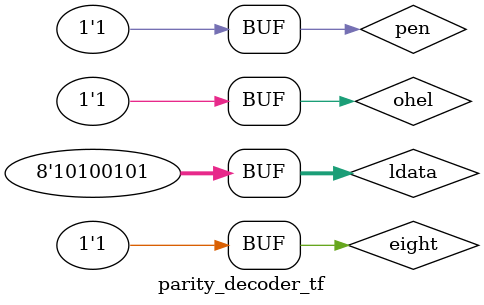
<source format=v>
`timescale 1ns / 1ps


module parity_decoder_tf;

	// Inputs
	reg eight;
	reg pen;
	reg ohel;
	reg [7:0] ldata;

	// Outputs
	wire bit10;
	wire bit9;

	// Instantiate the Unit Under Test (UUT)
	parity_decoder uut1 (
		.eight(eight), 
		.pen(pen), 
		.ohel(ohel), 
		.ldata(ldata), 
		.bit10(bit10), 
		.bit9(bit9)
	);
	
	
	initial begin
		// Initialize Inputs
		{eight, pen, ohel} = 3'b000;
		ldata = 8'hA5;

		// Wait 100 ns for global reset to finish
		#100;
	   {eight, pen, ohel} = 3'b001;
		#100;
		{eight, pen, ohel} = 3'b010;
		#100;
		{eight, pen, ohel} = 3'b011;
		#100;
		{eight, pen, ohel} = 3'b100;
		#100;
		{eight, pen, ohel} = 3'b101;
		#100;
		{eight, pen, ohel} = 3'b110;
		#100;
		{eight, pen, ohel} = 3'b111;
		#100;
        
	end
      
endmodule


</source>
